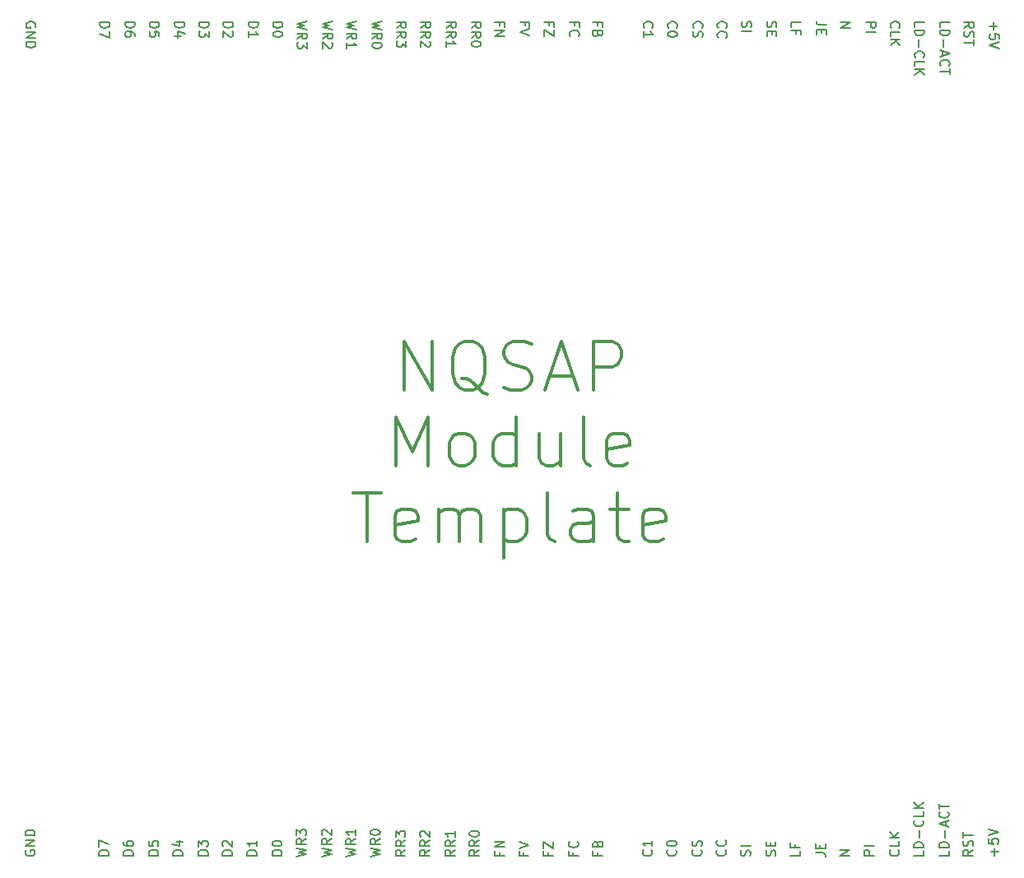
<source format=gto>
G04 #@! TF.GenerationSoftware,KiCad,Pcbnew,(5.1.9)-1*
G04 #@! TF.CreationDate,2021-10-03T21:23:14-04:00*
G04 #@! TF.ProjectId,template,74656d70-6c61-4746-952e-6b696361645f,1.0*
G04 #@! TF.SameCoordinates,Original*
G04 #@! TF.FileFunction,Legend,Top*
G04 #@! TF.FilePolarity,Positive*
%FSLAX46Y46*%
G04 Gerber Fmt 4.6, Leading zero omitted, Abs format (unit mm)*
G04 Created by KiCad (PCBNEW (5.1.9)-1) date 2021-10-03 21:23:14*
%MOMM*%
%LPD*%
G01*
G04 APERTURE LIST*
%ADD10C,0.300000*%
%ADD11C,0.150000*%
%ADD12O,1.700000X1.700000*%
%ADD13R,1.700000X1.700000*%
G04 APERTURE END LIST*
D10*
X124828571Y-85961904D02*
X124828571Y-80961904D01*
X127685714Y-85961904D01*
X127685714Y-80961904D01*
X133400000Y-86438095D02*
X132923809Y-86200000D01*
X132447619Y-85723809D01*
X131733333Y-85009523D01*
X131257142Y-84771428D01*
X130780952Y-84771428D01*
X131019047Y-85961904D02*
X130542857Y-85723809D01*
X130066666Y-85247619D01*
X129828571Y-84295238D01*
X129828571Y-82628571D01*
X130066666Y-81676190D01*
X130542857Y-81200000D01*
X131019047Y-80961904D01*
X131971428Y-80961904D01*
X132447619Y-81200000D01*
X132923809Y-81676190D01*
X133161904Y-82628571D01*
X133161904Y-84295238D01*
X132923809Y-85247619D01*
X132447619Y-85723809D01*
X131971428Y-85961904D01*
X131019047Y-85961904D01*
X135066666Y-85723809D02*
X135780952Y-85961904D01*
X136971428Y-85961904D01*
X137447619Y-85723809D01*
X137685714Y-85485714D01*
X137923809Y-85009523D01*
X137923809Y-84533333D01*
X137685714Y-84057142D01*
X137447619Y-83819047D01*
X136971428Y-83580952D01*
X136019047Y-83342857D01*
X135542857Y-83104761D01*
X135304761Y-82866666D01*
X135066666Y-82390476D01*
X135066666Y-81914285D01*
X135304761Y-81438095D01*
X135542857Y-81200000D01*
X136019047Y-80961904D01*
X137209523Y-80961904D01*
X137923809Y-81200000D01*
X139828571Y-84533333D02*
X142209523Y-84533333D01*
X139352380Y-85961904D02*
X141019047Y-80961904D01*
X142685714Y-85961904D01*
X144352380Y-85961904D02*
X144352380Y-80961904D01*
X146257142Y-80961904D01*
X146733333Y-81200000D01*
X146971428Y-81438095D01*
X147209523Y-81914285D01*
X147209523Y-82628571D01*
X146971428Y-83104761D01*
X146733333Y-83342857D01*
X146257142Y-83580952D01*
X144352380Y-83580952D01*
X123995238Y-93761904D02*
X123995238Y-88761904D01*
X125661904Y-92333333D01*
X127328571Y-88761904D01*
X127328571Y-93761904D01*
X130423809Y-93761904D02*
X129947619Y-93523809D01*
X129709523Y-93285714D01*
X129471428Y-92809523D01*
X129471428Y-91380952D01*
X129709523Y-90904761D01*
X129947619Y-90666666D01*
X130423809Y-90428571D01*
X131138095Y-90428571D01*
X131614285Y-90666666D01*
X131852380Y-90904761D01*
X132090476Y-91380952D01*
X132090476Y-92809523D01*
X131852380Y-93285714D01*
X131614285Y-93523809D01*
X131138095Y-93761904D01*
X130423809Y-93761904D01*
X136376190Y-93761904D02*
X136376190Y-88761904D01*
X136376190Y-93523809D02*
X135900000Y-93761904D01*
X134947619Y-93761904D01*
X134471428Y-93523809D01*
X134233333Y-93285714D01*
X133995238Y-92809523D01*
X133995238Y-91380952D01*
X134233333Y-90904761D01*
X134471428Y-90666666D01*
X134947619Y-90428571D01*
X135900000Y-90428571D01*
X136376190Y-90666666D01*
X140900000Y-90428571D02*
X140900000Y-93761904D01*
X138757142Y-90428571D02*
X138757142Y-93047619D01*
X138995238Y-93523809D01*
X139471428Y-93761904D01*
X140185714Y-93761904D01*
X140661904Y-93523809D01*
X140900000Y-93285714D01*
X143995238Y-93761904D02*
X143519047Y-93523809D01*
X143280952Y-93047619D01*
X143280952Y-88761904D01*
X147804761Y-93523809D02*
X147328571Y-93761904D01*
X146376190Y-93761904D01*
X145900000Y-93523809D01*
X145661904Y-93047619D01*
X145661904Y-91142857D01*
X145900000Y-90666666D01*
X146376190Y-90428571D01*
X147328571Y-90428571D01*
X147804761Y-90666666D01*
X148042857Y-91142857D01*
X148042857Y-91619047D01*
X145661904Y-92095238D01*
X119590476Y-96561904D02*
X122447619Y-96561904D01*
X121019047Y-101561904D02*
X121019047Y-96561904D01*
X126019047Y-101323809D02*
X125542857Y-101561904D01*
X124590476Y-101561904D01*
X124114285Y-101323809D01*
X123876190Y-100847619D01*
X123876190Y-98942857D01*
X124114285Y-98466666D01*
X124590476Y-98228571D01*
X125542857Y-98228571D01*
X126019047Y-98466666D01*
X126257142Y-98942857D01*
X126257142Y-99419047D01*
X123876190Y-99895238D01*
X128400000Y-101561904D02*
X128400000Y-98228571D01*
X128400000Y-98704761D02*
X128638095Y-98466666D01*
X129114285Y-98228571D01*
X129828571Y-98228571D01*
X130304761Y-98466666D01*
X130542857Y-98942857D01*
X130542857Y-101561904D01*
X130542857Y-98942857D02*
X130780952Y-98466666D01*
X131257142Y-98228571D01*
X131971428Y-98228571D01*
X132447619Y-98466666D01*
X132685714Y-98942857D01*
X132685714Y-101561904D01*
X135066666Y-98228571D02*
X135066666Y-103228571D01*
X135066666Y-98466666D02*
X135542857Y-98228571D01*
X136495238Y-98228571D01*
X136971428Y-98466666D01*
X137209523Y-98704761D01*
X137447619Y-99180952D01*
X137447619Y-100609523D01*
X137209523Y-101085714D01*
X136971428Y-101323809D01*
X136495238Y-101561904D01*
X135542857Y-101561904D01*
X135066666Y-101323809D01*
X140304761Y-101561904D02*
X139828571Y-101323809D01*
X139590476Y-100847619D01*
X139590476Y-96561904D01*
X144352380Y-101561904D02*
X144352380Y-98942857D01*
X144114285Y-98466666D01*
X143638095Y-98228571D01*
X142685714Y-98228571D01*
X142209523Y-98466666D01*
X144352380Y-101323809D02*
X143876190Y-101561904D01*
X142685714Y-101561904D01*
X142209523Y-101323809D01*
X141971428Y-100847619D01*
X141971428Y-100371428D01*
X142209523Y-99895238D01*
X142685714Y-99657142D01*
X143876190Y-99657142D01*
X144352380Y-99419047D01*
X146019047Y-98228571D02*
X147923809Y-98228571D01*
X146733333Y-96561904D02*
X146733333Y-100847619D01*
X146971428Y-101323809D01*
X147447619Y-101561904D01*
X147923809Y-101561904D01*
X151495238Y-101323809D02*
X151019047Y-101561904D01*
X150066666Y-101561904D01*
X149590476Y-101323809D01*
X149352380Y-100847619D01*
X149352380Y-98942857D01*
X149590476Y-98466666D01*
X150066666Y-98228571D01*
X151019047Y-98228571D01*
X151495238Y-98466666D01*
X151733333Y-98942857D01*
X151733333Y-99419047D01*
X149352380Y-99895238D01*
D11*
X168247619Y-48421309D02*
X167533333Y-48421309D01*
X167390476Y-48373690D01*
X167295238Y-48278452D01*
X167247619Y-48135595D01*
X167247619Y-48040357D01*
X167771428Y-48897500D02*
X167771428Y-49230833D01*
X167247619Y-49373690D02*
X167247619Y-48897500D01*
X168247619Y-48897500D01*
X168247619Y-49373690D01*
X149542857Y-48707023D02*
X149495238Y-48659404D01*
X149447619Y-48516547D01*
X149447619Y-48421309D01*
X149495238Y-48278452D01*
X149590476Y-48183214D01*
X149685714Y-48135595D01*
X149876190Y-48087976D01*
X150019047Y-48087976D01*
X150209523Y-48135595D01*
X150304761Y-48183214D01*
X150400000Y-48278452D01*
X150447619Y-48421309D01*
X150447619Y-48516547D01*
X150400000Y-48659404D01*
X150352380Y-48707023D01*
X149447619Y-49659404D02*
X149447619Y-49087976D01*
X149447619Y-49373690D02*
X150447619Y-49373690D01*
X150304761Y-49278452D01*
X150209523Y-49183214D01*
X150161904Y-49087976D01*
X157142857Y-48707023D02*
X157095238Y-48659404D01*
X157047619Y-48516547D01*
X157047619Y-48421309D01*
X157095238Y-48278452D01*
X157190476Y-48183214D01*
X157285714Y-48135595D01*
X157476190Y-48087976D01*
X157619047Y-48087976D01*
X157809523Y-48135595D01*
X157904761Y-48183214D01*
X158000000Y-48278452D01*
X158047619Y-48421309D01*
X158047619Y-48516547D01*
X158000000Y-48659404D01*
X157952380Y-48707023D01*
X157142857Y-49707023D02*
X157095238Y-49659404D01*
X157047619Y-49516547D01*
X157047619Y-49421309D01*
X157095238Y-49278452D01*
X157190476Y-49183214D01*
X157285714Y-49135595D01*
X157476190Y-49087976D01*
X157619047Y-49087976D01*
X157809523Y-49135595D01*
X157904761Y-49183214D01*
X158000000Y-49278452D01*
X158047619Y-49421309D01*
X158047619Y-49516547D01*
X158000000Y-49659404D01*
X157952380Y-49707023D01*
X159595238Y-48087976D02*
X159547619Y-48230833D01*
X159547619Y-48468928D01*
X159595238Y-48564166D01*
X159642857Y-48611785D01*
X159738095Y-48659404D01*
X159833333Y-48659404D01*
X159928571Y-48611785D01*
X159976190Y-48564166D01*
X160023809Y-48468928D01*
X160071428Y-48278452D01*
X160119047Y-48183214D01*
X160166666Y-48135595D01*
X160261904Y-48087976D01*
X160357142Y-48087976D01*
X160452380Y-48135595D01*
X160500000Y-48183214D01*
X160547619Y-48278452D01*
X160547619Y-48516547D01*
X160500000Y-48659404D01*
X159547619Y-49087976D02*
X160547619Y-49087976D01*
X142371428Y-48468928D02*
X142371428Y-48135595D01*
X141847619Y-48135595D02*
X142847619Y-48135595D01*
X142847619Y-48611785D01*
X141942857Y-49564166D02*
X141895238Y-49516547D01*
X141847619Y-49373690D01*
X141847619Y-49278452D01*
X141895238Y-49135595D01*
X141990476Y-49040357D01*
X142085714Y-48992738D01*
X142276190Y-48945119D01*
X142419047Y-48945119D01*
X142609523Y-48992738D01*
X142704761Y-49040357D01*
X142800000Y-49135595D01*
X142847619Y-49278452D01*
X142847619Y-49373690D01*
X142800000Y-49516547D01*
X142752380Y-49564166D01*
X137271428Y-48468928D02*
X137271428Y-48135595D01*
X136747619Y-48135595D02*
X137747619Y-48135595D01*
X137747619Y-48611785D01*
X137747619Y-48849880D02*
X136747619Y-49183214D01*
X137747619Y-49516547D01*
X174942857Y-48707023D02*
X174895238Y-48659404D01*
X174847619Y-48516547D01*
X174847619Y-48421309D01*
X174895238Y-48278452D01*
X174990476Y-48183214D01*
X175085714Y-48135595D01*
X175276190Y-48087976D01*
X175419047Y-48087976D01*
X175609523Y-48135595D01*
X175704761Y-48183214D01*
X175800000Y-48278452D01*
X175847619Y-48421309D01*
X175847619Y-48516547D01*
X175800000Y-48659404D01*
X175752380Y-48707023D01*
X174847619Y-49611785D02*
X174847619Y-49135595D01*
X175847619Y-49135595D01*
X174847619Y-49945119D02*
X175847619Y-49945119D01*
X174847619Y-50516547D02*
X175419047Y-50087976D01*
X175847619Y-50516547D02*
X175276190Y-49945119D01*
X177347619Y-48611785D02*
X177347619Y-48135595D01*
X178347619Y-48135595D01*
X177347619Y-48945119D02*
X178347619Y-48945119D01*
X178347619Y-49183214D01*
X178300000Y-49326071D01*
X178204761Y-49421309D01*
X178109523Y-49468928D01*
X177919047Y-49516547D01*
X177776190Y-49516547D01*
X177585714Y-49468928D01*
X177490476Y-49421309D01*
X177395238Y-49326071D01*
X177347619Y-49183214D01*
X177347619Y-48945119D01*
X177728571Y-49945119D02*
X177728571Y-50707023D01*
X177442857Y-51754642D02*
X177395238Y-51707023D01*
X177347619Y-51564166D01*
X177347619Y-51468928D01*
X177395238Y-51326071D01*
X177490476Y-51230833D01*
X177585714Y-51183214D01*
X177776190Y-51135595D01*
X177919047Y-51135595D01*
X178109523Y-51183214D01*
X178204761Y-51230833D01*
X178300000Y-51326071D01*
X178347619Y-51468928D01*
X178347619Y-51564166D01*
X178300000Y-51707023D01*
X178252380Y-51754642D01*
X177347619Y-52659404D02*
X177347619Y-52183214D01*
X178347619Y-52183214D01*
X177347619Y-52992738D02*
X178347619Y-52992738D01*
X177347619Y-53564166D02*
X177919047Y-53135595D01*
X178347619Y-53564166D02*
X177776190Y-52992738D01*
X154642857Y-48707023D02*
X154595238Y-48659404D01*
X154547619Y-48516547D01*
X154547619Y-48421309D01*
X154595238Y-48278452D01*
X154690476Y-48183214D01*
X154785714Y-48135595D01*
X154976190Y-48087976D01*
X155119047Y-48087976D01*
X155309523Y-48135595D01*
X155404761Y-48183214D01*
X155500000Y-48278452D01*
X155547619Y-48421309D01*
X155547619Y-48516547D01*
X155500000Y-48659404D01*
X155452380Y-48707023D01*
X154595238Y-49087976D02*
X154547619Y-49230833D01*
X154547619Y-49468928D01*
X154595238Y-49564166D01*
X154642857Y-49611785D01*
X154738095Y-49659404D01*
X154833333Y-49659404D01*
X154928571Y-49611785D01*
X154976190Y-49564166D01*
X155023809Y-49468928D01*
X155071428Y-49278452D01*
X155119047Y-49183214D01*
X155166666Y-49135595D01*
X155261904Y-49087976D01*
X155357142Y-49087976D01*
X155452380Y-49135595D01*
X155500000Y-49183214D01*
X155547619Y-49278452D01*
X155547619Y-49516547D01*
X155500000Y-49659404D01*
X144771428Y-48468928D02*
X144771428Y-48135595D01*
X144247619Y-48135595D02*
X145247619Y-48135595D01*
X145247619Y-48611785D01*
X144771428Y-49326071D02*
X144723809Y-49468928D01*
X144676190Y-49516547D01*
X144580952Y-49564166D01*
X144438095Y-49564166D01*
X144342857Y-49516547D01*
X144295238Y-49468928D01*
X144247619Y-49373690D01*
X144247619Y-48992738D01*
X145247619Y-48992738D01*
X145247619Y-49326071D01*
X145200000Y-49421309D01*
X145152380Y-49468928D01*
X145057142Y-49516547D01*
X144961904Y-49516547D01*
X144866666Y-49468928D01*
X144819047Y-49421309D01*
X144771428Y-49326071D01*
X144771428Y-48992738D01*
X139771428Y-48468928D02*
X139771428Y-48135595D01*
X139247619Y-48135595D02*
X140247619Y-48135595D01*
X140247619Y-48611785D01*
X140247619Y-48897500D02*
X140247619Y-49564166D01*
X139247619Y-48897500D01*
X139247619Y-49564166D01*
X172347619Y-48135595D02*
X173347619Y-48135595D01*
X173347619Y-48516547D01*
X173300000Y-48611785D01*
X173252380Y-48659404D01*
X173157142Y-48707023D01*
X173014285Y-48707023D01*
X172919047Y-48659404D01*
X172871428Y-48611785D01*
X172823809Y-48516547D01*
X172823809Y-48135595D01*
X172347619Y-49135595D02*
X173347619Y-49135595D01*
X164647619Y-48611785D02*
X164647619Y-48135595D01*
X165647619Y-48135595D01*
X165171428Y-49278452D02*
X165171428Y-48945119D01*
X164647619Y-48945119D02*
X165647619Y-48945119D01*
X165647619Y-49421309D01*
X182447619Y-48707023D02*
X182923809Y-48373690D01*
X182447619Y-48135595D02*
X183447619Y-48135595D01*
X183447619Y-48516547D01*
X183400000Y-48611785D01*
X183352380Y-48659404D01*
X183257142Y-48707023D01*
X183114285Y-48707023D01*
X183019047Y-48659404D01*
X182971428Y-48611785D01*
X182923809Y-48516547D01*
X182923809Y-48135595D01*
X182495238Y-49087976D02*
X182447619Y-49230833D01*
X182447619Y-49468928D01*
X182495238Y-49564166D01*
X182542857Y-49611785D01*
X182638095Y-49659404D01*
X182733333Y-49659404D01*
X182828571Y-49611785D01*
X182876190Y-49564166D01*
X182923809Y-49468928D01*
X182971428Y-49278452D01*
X183019047Y-49183214D01*
X183066666Y-49135595D01*
X183161904Y-49087976D01*
X183257142Y-49087976D01*
X183352380Y-49135595D01*
X183400000Y-49183214D01*
X183447619Y-49278452D01*
X183447619Y-49516547D01*
X183400000Y-49659404D01*
X183447619Y-49945119D02*
X183447619Y-50516547D01*
X182447619Y-50230833D02*
X183447619Y-50230833D01*
X152042857Y-48707023D02*
X151995238Y-48659404D01*
X151947619Y-48516547D01*
X151947619Y-48421309D01*
X151995238Y-48278452D01*
X152090476Y-48183214D01*
X152185714Y-48135595D01*
X152376190Y-48087976D01*
X152519047Y-48087976D01*
X152709523Y-48135595D01*
X152804761Y-48183214D01*
X152900000Y-48278452D01*
X152947619Y-48421309D01*
X152947619Y-48516547D01*
X152900000Y-48659404D01*
X152852380Y-48707023D01*
X152947619Y-49326071D02*
X152947619Y-49421309D01*
X152900000Y-49516547D01*
X152852380Y-49564166D01*
X152757142Y-49611785D01*
X152566666Y-49659404D01*
X152328571Y-49659404D01*
X152138095Y-49611785D01*
X152042857Y-49564166D01*
X151995238Y-49516547D01*
X151947619Y-49421309D01*
X151947619Y-49326071D01*
X151995238Y-49230833D01*
X152042857Y-49183214D01*
X152138095Y-49135595D01*
X152328571Y-49087976D01*
X152566666Y-49087976D01*
X152757142Y-49135595D01*
X152852380Y-49183214D01*
X152900000Y-49230833D01*
X152947619Y-49326071D01*
X179947619Y-48611785D02*
X179947619Y-48135595D01*
X180947619Y-48135595D01*
X179947619Y-48945119D02*
X180947619Y-48945119D01*
X180947619Y-49183214D01*
X180900000Y-49326071D01*
X180804761Y-49421309D01*
X180709523Y-49468928D01*
X180519047Y-49516547D01*
X180376190Y-49516547D01*
X180185714Y-49468928D01*
X180090476Y-49421309D01*
X179995238Y-49326071D01*
X179947619Y-49183214D01*
X179947619Y-48945119D01*
X180328571Y-49945119D02*
X180328571Y-50707023D01*
X180233333Y-51135595D02*
X180233333Y-51611785D01*
X179947619Y-51040357D02*
X180947619Y-51373690D01*
X179947619Y-51707023D01*
X180042857Y-52611785D02*
X179995238Y-52564166D01*
X179947619Y-52421309D01*
X179947619Y-52326071D01*
X179995238Y-52183214D01*
X180090476Y-52087976D01*
X180185714Y-52040357D01*
X180376190Y-51992738D01*
X180519047Y-51992738D01*
X180709523Y-52040357D01*
X180804761Y-52087976D01*
X180900000Y-52183214D01*
X180947619Y-52326071D01*
X180947619Y-52421309D01*
X180900000Y-52564166D01*
X180852380Y-52611785D01*
X180947619Y-52897500D02*
X180947619Y-53468928D01*
X179947619Y-53183214D02*
X180947619Y-53183214D01*
X169747619Y-48135595D02*
X170747619Y-48135595D01*
X169747619Y-48707023D01*
X170747619Y-48707023D01*
X185428571Y-48135595D02*
X185428571Y-48897500D01*
X185047619Y-48516547D02*
X185809523Y-48516547D01*
X186047619Y-49849880D02*
X186047619Y-49373690D01*
X185571428Y-49326071D01*
X185619047Y-49373690D01*
X185666666Y-49468928D01*
X185666666Y-49707023D01*
X185619047Y-49802261D01*
X185571428Y-49849880D01*
X185476190Y-49897500D01*
X185238095Y-49897500D01*
X185142857Y-49849880D01*
X185095238Y-49802261D01*
X185047619Y-49707023D01*
X185047619Y-49468928D01*
X185095238Y-49373690D01*
X185142857Y-49326071D01*
X186047619Y-50183214D02*
X185047619Y-50516547D01*
X186047619Y-50849880D01*
X162195238Y-48087976D02*
X162147619Y-48230833D01*
X162147619Y-48468928D01*
X162195238Y-48564166D01*
X162242857Y-48611785D01*
X162338095Y-48659404D01*
X162433333Y-48659404D01*
X162528571Y-48611785D01*
X162576190Y-48564166D01*
X162623809Y-48468928D01*
X162671428Y-48278452D01*
X162719047Y-48183214D01*
X162766666Y-48135595D01*
X162861904Y-48087976D01*
X162957142Y-48087976D01*
X163052380Y-48135595D01*
X163100000Y-48183214D01*
X163147619Y-48278452D01*
X163147619Y-48516547D01*
X163100000Y-48659404D01*
X162671428Y-49087976D02*
X162671428Y-49421309D01*
X162147619Y-49564166D02*
X162147619Y-49087976D01*
X163147619Y-49087976D01*
X163147619Y-49564166D01*
X86900000Y-48659404D02*
X86947619Y-48564166D01*
X86947619Y-48421309D01*
X86900000Y-48278452D01*
X86804761Y-48183214D01*
X86709523Y-48135595D01*
X86519047Y-48087976D01*
X86376190Y-48087976D01*
X86185714Y-48135595D01*
X86090476Y-48183214D01*
X85995238Y-48278452D01*
X85947619Y-48421309D01*
X85947619Y-48516547D01*
X85995238Y-48659404D01*
X86042857Y-48707023D01*
X86376190Y-48707023D01*
X86376190Y-48516547D01*
X85947619Y-49135595D02*
X86947619Y-49135595D01*
X85947619Y-49707023D01*
X86947619Y-49707023D01*
X85947619Y-50183214D02*
X86947619Y-50183214D01*
X86947619Y-50421309D01*
X86900000Y-50564166D01*
X86804761Y-50659404D01*
X86709523Y-50707023D01*
X86519047Y-50754642D01*
X86376190Y-50754642D01*
X86185714Y-50707023D01*
X86090476Y-50659404D01*
X85995238Y-50564166D01*
X85947619Y-50421309D01*
X85947619Y-50183214D01*
X101247619Y-48135595D02*
X102247619Y-48135595D01*
X102247619Y-48373690D01*
X102200000Y-48516547D01*
X102104761Y-48611785D01*
X102009523Y-48659404D01*
X101819047Y-48707023D01*
X101676190Y-48707023D01*
X101485714Y-48659404D01*
X101390476Y-48611785D01*
X101295238Y-48516547D01*
X101247619Y-48373690D01*
X101247619Y-48135595D01*
X101914285Y-49564166D02*
X101247619Y-49564166D01*
X102295238Y-49326071D02*
X101580952Y-49087976D01*
X101580952Y-49707023D01*
X111347619Y-48135595D02*
X112347619Y-48135595D01*
X112347619Y-48373690D01*
X112300000Y-48516547D01*
X112204761Y-48611785D01*
X112109523Y-48659404D01*
X111919047Y-48707023D01*
X111776190Y-48707023D01*
X111585714Y-48659404D01*
X111490476Y-48611785D01*
X111395238Y-48516547D01*
X111347619Y-48373690D01*
X111347619Y-48135595D01*
X112347619Y-49326071D02*
X112347619Y-49421309D01*
X112300000Y-49516547D01*
X112252380Y-49564166D01*
X112157142Y-49611785D01*
X111966666Y-49659404D01*
X111728571Y-49659404D01*
X111538095Y-49611785D01*
X111442857Y-49564166D01*
X111395238Y-49516547D01*
X111347619Y-49421309D01*
X111347619Y-49326071D01*
X111395238Y-49230833D01*
X111442857Y-49183214D01*
X111538095Y-49135595D01*
X111728571Y-49087976D01*
X111966666Y-49087976D01*
X112157142Y-49135595D01*
X112252380Y-49183214D01*
X112300000Y-49230833D01*
X112347619Y-49326071D01*
X98647619Y-48135595D02*
X99647619Y-48135595D01*
X99647619Y-48373690D01*
X99600000Y-48516547D01*
X99504761Y-48611785D01*
X99409523Y-48659404D01*
X99219047Y-48707023D01*
X99076190Y-48707023D01*
X98885714Y-48659404D01*
X98790476Y-48611785D01*
X98695238Y-48516547D01*
X98647619Y-48373690D01*
X98647619Y-48135595D01*
X99647619Y-49611785D02*
X99647619Y-49135595D01*
X99171428Y-49087976D01*
X99219047Y-49135595D01*
X99266666Y-49230833D01*
X99266666Y-49468928D01*
X99219047Y-49564166D01*
X99171428Y-49611785D01*
X99076190Y-49659404D01*
X98838095Y-49659404D01*
X98742857Y-49611785D01*
X98695238Y-49564166D01*
X98647619Y-49468928D01*
X98647619Y-49230833D01*
X98695238Y-49135595D01*
X98742857Y-49087976D01*
X114847619Y-48040357D02*
X113847619Y-48278452D01*
X114561904Y-48468928D01*
X113847619Y-48659404D01*
X114847619Y-48897500D01*
X113847619Y-49849880D02*
X114323809Y-49516547D01*
X113847619Y-49278452D02*
X114847619Y-49278452D01*
X114847619Y-49659404D01*
X114800000Y-49754642D01*
X114752380Y-49802261D01*
X114657142Y-49849880D01*
X114514285Y-49849880D01*
X114419047Y-49802261D01*
X114371428Y-49754642D01*
X114323809Y-49659404D01*
X114323809Y-49278452D01*
X114847619Y-50183214D02*
X114847619Y-50802261D01*
X114466666Y-50468928D01*
X114466666Y-50611785D01*
X114419047Y-50707023D01*
X114371428Y-50754642D01*
X114276190Y-50802261D01*
X114038095Y-50802261D01*
X113942857Y-50754642D01*
X113895238Y-50707023D01*
X113847619Y-50611785D01*
X113847619Y-50326071D01*
X113895238Y-50230833D01*
X113942857Y-50183214D01*
X108847619Y-48135595D02*
X109847619Y-48135595D01*
X109847619Y-48373690D01*
X109800000Y-48516547D01*
X109704761Y-48611785D01*
X109609523Y-48659404D01*
X109419047Y-48707023D01*
X109276190Y-48707023D01*
X109085714Y-48659404D01*
X108990476Y-48611785D01*
X108895238Y-48516547D01*
X108847619Y-48373690D01*
X108847619Y-48135595D01*
X108847619Y-49659404D02*
X108847619Y-49087976D01*
X108847619Y-49373690D02*
X109847619Y-49373690D01*
X109704761Y-49278452D01*
X109609523Y-49183214D01*
X109561904Y-49087976D01*
X103747619Y-48135595D02*
X104747619Y-48135595D01*
X104747619Y-48373690D01*
X104700000Y-48516547D01*
X104604761Y-48611785D01*
X104509523Y-48659404D01*
X104319047Y-48707023D01*
X104176190Y-48707023D01*
X103985714Y-48659404D01*
X103890476Y-48611785D01*
X103795238Y-48516547D01*
X103747619Y-48373690D01*
X103747619Y-48135595D01*
X104747619Y-49040357D02*
X104747619Y-49659404D01*
X104366666Y-49326071D01*
X104366666Y-49468928D01*
X104319047Y-49564166D01*
X104271428Y-49611785D01*
X104176190Y-49659404D01*
X103938095Y-49659404D01*
X103842857Y-49611785D01*
X103795238Y-49564166D01*
X103747619Y-49468928D01*
X103747619Y-49183214D01*
X103795238Y-49087976D01*
X103842857Y-49040357D01*
X96147619Y-48135595D02*
X97147619Y-48135595D01*
X97147619Y-48373690D01*
X97100000Y-48516547D01*
X97004761Y-48611785D01*
X96909523Y-48659404D01*
X96719047Y-48707023D01*
X96576190Y-48707023D01*
X96385714Y-48659404D01*
X96290476Y-48611785D01*
X96195238Y-48516547D01*
X96147619Y-48373690D01*
X96147619Y-48135595D01*
X97147619Y-49564166D02*
X97147619Y-49373690D01*
X97100000Y-49278452D01*
X97052380Y-49230833D01*
X96909523Y-49135595D01*
X96719047Y-49087976D01*
X96338095Y-49087976D01*
X96242857Y-49135595D01*
X96195238Y-49183214D01*
X96147619Y-49278452D01*
X96147619Y-49468928D01*
X96195238Y-49564166D01*
X96242857Y-49611785D01*
X96338095Y-49659404D01*
X96576190Y-49659404D01*
X96671428Y-49611785D01*
X96719047Y-49564166D01*
X96766666Y-49468928D01*
X96766666Y-49278452D01*
X96719047Y-49183214D01*
X96671428Y-49135595D01*
X96576190Y-49087976D01*
X93547619Y-48135595D02*
X94547619Y-48135595D01*
X94547619Y-48373690D01*
X94500000Y-48516547D01*
X94404761Y-48611785D01*
X94309523Y-48659404D01*
X94119047Y-48707023D01*
X93976190Y-48707023D01*
X93785714Y-48659404D01*
X93690476Y-48611785D01*
X93595238Y-48516547D01*
X93547619Y-48373690D01*
X93547619Y-48135595D01*
X94547619Y-49040357D02*
X94547619Y-49707023D01*
X93547619Y-49278452D01*
X106247619Y-48135595D02*
X107247619Y-48135595D01*
X107247619Y-48373690D01*
X107200000Y-48516547D01*
X107104761Y-48611785D01*
X107009523Y-48659404D01*
X106819047Y-48707023D01*
X106676190Y-48707023D01*
X106485714Y-48659404D01*
X106390476Y-48611785D01*
X106295238Y-48516547D01*
X106247619Y-48373690D01*
X106247619Y-48135595D01*
X107152380Y-49087976D02*
X107200000Y-49135595D01*
X107247619Y-49230833D01*
X107247619Y-49468928D01*
X107200000Y-49564166D01*
X107152380Y-49611785D01*
X107057142Y-49659404D01*
X106961904Y-49659404D01*
X106819047Y-49611785D01*
X106247619Y-49040357D01*
X106247619Y-49659404D01*
X134671428Y-48468928D02*
X134671428Y-48135595D01*
X134147619Y-48135595D02*
X135147619Y-48135595D01*
X135147619Y-48611785D01*
X134147619Y-48992738D02*
X135147619Y-48992738D01*
X134147619Y-49564166D01*
X135147619Y-49564166D01*
X117447619Y-48040357D02*
X116447619Y-48278452D01*
X117161904Y-48468928D01*
X116447619Y-48659404D01*
X117447619Y-48897500D01*
X116447619Y-49849880D02*
X116923809Y-49516547D01*
X116447619Y-49278452D02*
X117447619Y-49278452D01*
X117447619Y-49659404D01*
X117400000Y-49754642D01*
X117352380Y-49802261D01*
X117257142Y-49849880D01*
X117114285Y-49849880D01*
X117019047Y-49802261D01*
X116971428Y-49754642D01*
X116923809Y-49659404D01*
X116923809Y-49278452D01*
X117352380Y-50230833D02*
X117400000Y-50278452D01*
X117447619Y-50373690D01*
X117447619Y-50611785D01*
X117400000Y-50707023D01*
X117352380Y-50754642D01*
X117257142Y-50802261D01*
X117161904Y-50802261D01*
X117019047Y-50754642D01*
X116447619Y-50183214D01*
X116447619Y-50802261D01*
X119947619Y-48040357D02*
X118947619Y-48278452D01*
X119661904Y-48468928D01*
X118947619Y-48659404D01*
X119947619Y-48897500D01*
X118947619Y-49849880D02*
X119423809Y-49516547D01*
X118947619Y-49278452D02*
X119947619Y-49278452D01*
X119947619Y-49659404D01*
X119900000Y-49754642D01*
X119852380Y-49802261D01*
X119757142Y-49849880D01*
X119614285Y-49849880D01*
X119519047Y-49802261D01*
X119471428Y-49754642D01*
X119423809Y-49659404D01*
X119423809Y-49278452D01*
X118947619Y-50802261D02*
X118947619Y-50230833D01*
X118947619Y-50516547D02*
X119947619Y-50516547D01*
X119804761Y-50421309D01*
X119709523Y-50326071D01*
X119661904Y-50230833D01*
X129147619Y-48707023D02*
X129623809Y-48373690D01*
X129147619Y-48135595D02*
X130147619Y-48135595D01*
X130147619Y-48516547D01*
X130100000Y-48611785D01*
X130052380Y-48659404D01*
X129957142Y-48707023D01*
X129814285Y-48707023D01*
X129719047Y-48659404D01*
X129671428Y-48611785D01*
X129623809Y-48516547D01*
X129623809Y-48135595D01*
X129147619Y-49707023D02*
X129623809Y-49373690D01*
X129147619Y-49135595D02*
X130147619Y-49135595D01*
X130147619Y-49516547D01*
X130100000Y-49611785D01*
X130052380Y-49659404D01*
X129957142Y-49707023D01*
X129814285Y-49707023D01*
X129719047Y-49659404D01*
X129671428Y-49611785D01*
X129623809Y-49516547D01*
X129623809Y-49135595D01*
X129147619Y-50659404D02*
X129147619Y-50087976D01*
X129147619Y-50373690D02*
X130147619Y-50373690D01*
X130004761Y-50278452D01*
X129909523Y-50183214D01*
X129861904Y-50087976D01*
X131747619Y-48707023D02*
X132223809Y-48373690D01*
X131747619Y-48135595D02*
X132747619Y-48135595D01*
X132747619Y-48516547D01*
X132700000Y-48611785D01*
X132652380Y-48659404D01*
X132557142Y-48707023D01*
X132414285Y-48707023D01*
X132319047Y-48659404D01*
X132271428Y-48611785D01*
X132223809Y-48516547D01*
X132223809Y-48135595D01*
X131747619Y-49707023D02*
X132223809Y-49373690D01*
X131747619Y-49135595D02*
X132747619Y-49135595D01*
X132747619Y-49516547D01*
X132700000Y-49611785D01*
X132652380Y-49659404D01*
X132557142Y-49707023D01*
X132414285Y-49707023D01*
X132319047Y-49659404D01*
X132271428Y-49611785D01*
X132223809Y-49516547D01*
X132223809Y-49135595D01*
X132747619Y-50326071D02*
X132747619Y-50421309D01*
X132700000Y-50516547D01*
X132652380Y-50564166D01*
X132557142Y-50611785D01*
X132366666Y-50659404D01*
X132128571Y-50659404D01*
X131938095Y-50611785D01*
X131842857Y-50564166D01*
X131795238Y-50516547D01*
X131747619Y-50421309D01*
X131747619Y-50326071D01*
X131795238Y-50230833D01*
X131842857Y-50183214D01*
X131938095Y-50135595D01*
X132128571Y-50087976D01*
X132366666Y-50087976D01*
X132557142Y-50135595D01*
X132652380Y-50183214D01*
X132700000Y-50230833D01*
X132747619Y-50326071D01*
X124047619Y-48707023D02*
X124523809Y-48373690D01*
X124047619Y-48135595D02*
X125047619Y-48135595D01*
X125047619Y-48516547D01*
X125000000Y-48611785D01*
X124952380Y-48659404D01*
X124857142Y-48707023D01*
X124714285Y-48707023D01*
X124619047Y-48659404D01*
X124571428Y-48611785D01*
X124523809Y-48516547D01*
X124523809Y-48135595D01*
X124047619Y-49707023D02*
X124523809Y-49373690D01*
X124047619Y-49135595D02*
X125047619Y-49135595D01*
X125047619Y-49516547D01*
X125000000Y-49611785D01*
X124952380Y-49659404D01*
X124857142Y-49707023D01*
X124714285Y-49707023D01*
X124619047Y-49659404D01*
X124571428Y-49611785D01*
X124523809Y-49516547D01*
X124523809Y-49135595D01*
X125047619Y-50040357D02*
X125047619Y-50659404D01*
X124666666Y-50326071D01*
X124666666Y-50468928D01*
X124619047Y-50564166D01*
X124571428Y-50611785D01*
X124476190Y-50659404D01*
X124238095Y-50659404D01*
X124142857Y-50611785D01*
X124095238Y-50564166D01*
X124047619Y-50468928D01*
X124047619Y-50183214D01*
X124095238Y-50087976D01*
X124142857Y-50040357D01*
X122547619Y-48040357D02*
X121547619Y-48278452D01*
X122261904Y-48468928D01*
X121547619Y-48659404D01*
X122547619Y-48897500D01*
X121547619Y-49849880D02*
X122023809Y-49516547D01*
X121547619Y-49278452D02*
X122547619Y-49278452D01*
X122547619Y-49659404D01*
X122500000Y-49754642D01*
X122452380Y-49802261D01*
X122357142Y-49849880D01*
X122214285Y-49849880D01*
X122119047Y-49802261D01*
X122071428Y-49754642D01*
X122023809Y-49659404D01*
X122023809Y-49278452D01*
X122547619Y-50468928D02*
X122547619Y-50564166D01*
X122500000Y-50659404D01*
X122452380Y-50707023D01*
X122357142Y-50754642D01*
X122166666Y-50802261D01*
X121928571Y-50802261D01*
X121738095Y-50754642D01*
X121642857Y-50707023D01*
X121595238Y-50659404D01*
X121547619Y-50564166D01*
X121547619Y-50468928D01*
X121595238Y-50373690D01*
X121642857Y-50326071D01*
X121738095Y-50278452D01*
X121928571Y-50230833D01*
X122166666Y-50230833D01*
X122357142Y-50278452D01*
X122452380Y-50326071D01*
X122500000Y-50373690D01*
X122547619Y-50468928D01*
X126547619Y-48707023D02*
X127023809Y-48373690D01*
X126547619Y-48135595D02*
X127547619Y-48135595D01*
X127547619Y-48516547D01*
X127500000Y-48611785D01*
X127452380Y-48659404D01*
X127357142Y-48707023D01*
X127214285Y-48707023D01*
X127119047Y-48659404D01*
X127071428Y-48611785D01*
X127023809Y-48516547D01*
X127023809Y-48135595D01*
X126547619Y-49707023D02*
X127023809Y-49373690D01*
X126547619Y-49135595D02*
X127547619Y-49135595D01*
X127547619Y-49516547D01*
X127500000Y-49611785D01*
X127452380Y-49659404D01*
X127357142Y-49707023D01*
X127214285Y-49707023D01*
X127119047Y-49659404D01*
X127071428Y-49611785D01*
X127023809Y-49516547D01*
X127023809Y-49135595D01*
X127452380Y-50087976D02*
X127500000Y-50135595D01*
X127547619Y-50230833D01*
X127547619Y-50468928D01*
X127500000Y-50564166D01*
X127452380Y-50611785D01*
X127357142Y-50659404D01*
X127261904Y-50659404D01*
X127119047Y-50611785D01*
X126547619Y-50040357D01*
X126547619Y-50659404D01*
X185571428Y-133864404D02*
X185571428Y-133102500D01*
X185952380Y-133483452D02*
X185190476Y-133483452D01*
X184952380Y-132150119D02*
X184952380Y-132626309D01*
X185428571Y-132673928D01*
X185380952Y-132626309D01*
X185333333Y-132531071D01*
X185333333Y-132292976D01*
X185380952Y-132197738D01*
X185428571Y-132150119D01*
X185523809Y-132102500D01*
X185761904Y-132102500D01*
X185857142Y-132150119D01*
X185904761Y-132197738D01*
X185952380Y-132292976D01*
X185952380Y-132531071D01*
X185904761Y-132626309D01*
X185857142Y-132673928D01*
X184952380Y-131816785D02*
X185952380Y-131483452D01*
X184952380Y-131150119D01*
X183352380Y-133292976D02*
X182876190Y-133626309D01*
X183352380Y-133864404D02*
X182352380Y-133864404D01*
X182352380Y-133483452D01*
X182400000Y-133388214D01*
X182447619Y-133340595D01*
X182542857Y-133292976D01*
X182685714Y-133292976D01*
X182780952Y-133340595D01*
X182828571Y-133388214D01*
X182876190Y-133483452D01*
X182876190Y-133864404D01*
X183304761Y-132912023D02*
X183352380Y-132769166D01*
X183352380Y-132531071D01*
X183304761Y-132435833D01*
X183257142Y-132388214D01*
X183161904Y-132340595D01*
X183066666Y-132340595D01*
X182971428Y-132388214D01*
X182923809Y-132435833D01*
X182876190Y-132531071D01*
X182828571Y-132721547D01*
X182780952Y-132816785D01*
X182733333Y-132864404D01*
X182638095Y-132912023D01*
X182542857Y-132912023D01*
X182447619Y-132864404D01*
X182400000Y-132816785D01*
X182352380Y-132721547D01*
X182352380Y-132483452D01*
X182400000Y-132340595D01*
X182352380Y-132054880D02*
X182352380Y-131483452D01*
X183352380Y-131769166D02*
X182352380Y-131769166D01*
X180852380Y-133388214D02*
X180852380Y-133864404D01*
X179852380Y-133864404D01*
X180852380Y-133054880D02*
X179852380Y-133054880D01*
X179852380Y-132816785D01*
X179900000Y-132673928D01*
X179995238Y-132578690D01*
X180090476Y-132531071D01*
X180280952Y-132483452D01*
X180423809Y-132483452D01*
X180614285Y-132531071D01*
X180709523Y-132578690D01*
X180804761Y-132673928D01*
X180852380Y-132816785D01*
X180852380Y-133054880D01*
X180471428Y-132054880D02*
X180471428Y-131292976D01*
X180566666Y-130864404D02*
X180566666Y-130388214D01*
X180852380Y-130959642D02*
X179852380Y-130626309D01*
X180852380Y-130292976D01*
X180757142Y-129388214D02*
X180804761Y-129435833D01*
X180852380Y-129578690D01*
X180852380Y-129673928D01*
X180804761Y-129816785D01*
X180709523Y-129912023D01*
X180614285Y-129959642D01*
X180423809Y-130007261D01*
X180280952Y-130007261D01*
X180090476Y-129959642D01*
X179995238Y-129912023D01*
X179900000Y-129816785D01*
X179852380Y-129673928D01*
X179852380Y-129578690D01*
X179900000Y-129435833D01*
X179947619Y-129388214D01*
X179852380Y-129102500D02*
X179852380Y-128531071D01*
X180852380Y-128816785D02*
X179852380Y-128816785D01*
X178252380Y-133388214D02*
X178252380Y-133864404D01*
X177252380Y-133864404D01*
X178252380Y-133054880D02*
X177252380Y-133054880D01*
X177252380Y-132816785D01*
X177300000Y-132673928D01*
X177395238Y-132578690D01*
X177490476Y-132531071D01*
X177680952Y-132483452D01*
X177823809Y-132483452D01*
X178014285Y-132531071D01*
X178109523Y-132578690D01*
X178204761Y-132673928D01*
X178252380Y-132816785D01*
X178252380Y-133054880D01*
X177871428Y-132054880D02*
X177871428Y-131292976D01*
X178157142Y-130245357D02*
X178204761Y-130292976D01*
X178252380Y-130435833D01*
X178252380Y-130531071D01*
X178204761Y-130673928D01*
X178109523Y-130769166D01*
X178014285Y-130816785D01*
X177823809Y-130864404D01*
X177680952Y-130864404D01*
X177490476Y-130816785D01*
X177395238Y-130769166D01*
X177300000Y-130673928D01*
X177252380Y-130531071D01*
X177252380Y-130435833D01*
X177300000Y-130292976D01*
X177347619Y-130245357D01*
X178252380Y-129340595D02*
X178252380Y-129816785D01*
X177252380Y-129816785D01*
X178252380Y-129007261D02*
X177252380Y-129007261D01*
X178252380Y-128435833D02*
X177680952Y-128864404D01*
X177252380Y-128435833D02*
X177823809Y-129007261D01*
X175657142Y-133292976D02*
X175704761Y-133340595D01*
X175752380Y-133483452D01*
X175752380Y-133578690D01*
X175704761Y-133721547D01*
X175609523Y-133816785D01*
X175514285Y-133864404D01*
X175323809Y-133912023D01*
X175180952Y-133912023D01*
X174990476Y-133864404D01*
X174895238Y-133816785D01*
X174800000Y-133721547D01*
X174752380Y-133578690D01*
X174752380Y-133483452D01*
X174800000Y-133340595D01*
X174847619Y-133292976D01*
X175752380Y-132388214D02*
X175752380Y-132864404D01*
X174752380Y-132864404D01*
X175752380Y-132054880D02*
X174752380Y-132054880D01*
X175752380Y-131483452D02*
X175180952Y-131912023D01*
X174752380Y-131483452D02*
X175323809Y-132054880D01*
X173152380Y-133864404D02*
X172152380Y-133864404D01*
X172152380Y-133483452D01*
X172200000Y-133388214D01*
X172247619Y-133340595D01*
X172342857Y-133292976D01*
X172485714Y-133292976D01*
X172580952Y-133340595D01*
X172628571Y-133388214D01*
X172676190Y-133483452D01*
X172676190Y-133864404D01*
X173152380Y-132864404D02*
X172152380Y-132864404D01*
X170652380Y-133864404D02*
X169652380Y-133864404D01*
X170652380Y-133292976D01*
X169652380Y-133292976D01*
X167152380Y-133578690D02*
X167866666Y-133578690D01*
X168009523Y-133626309D01*
X168104761Y-133721547D01*
X168152380Y-133864404D01*
X168152380Y-133959642D01*
X167628571Y-133102500D02*
X167628571Y-132769166D01*
X168152380Y-132626309D02*
X168152380Y-133102500D01*
X167152380Y-133102500D01*
X167152380Y-132626309D01*
X165552380Y-133388214D02*
X165552380Y-133864404D01*
X164552380Y-133864404D01*
X165028571Y-132721547D02*
X165028571Y-133054880D01*
X165552380Y-133054880D02*
X164552380Y-133054880D01*
X164552380Y-132578690D01*
X163004761Y-133912023D02*
X163052380Y-133769166D01*
X163052380Y-133531071D01*
X163004761Y-133435833D01*
X162957142Y-133388214D01*
X162861904Y-133340595D01*
X162766666Y-133340595D01*
X162671428Y-133388214D01*
X162623809Y-133435833D01*
X162576190Y-133531071D01*
X162528571Y-133721547D01*
X162480952Y-133816785D01*
X162433333Y-133864404D01*
X162338095Y-133912023D01*
X162242857Y-133912023D01*
X162147619Y-133864404D01*
X162100000Y-133816785D01*
X162052380Y-133721547D01*
X162052380Y-133483452D01*
X162100000Y-133340595D01*
X162528571Y-132912023D02*
X162528571Y-132578690D01*
X163052380Y-132435833D02*
X163052380Y-132912023D01*
X162052380Y-132912023D01*
X162052380Y-132435833D01*
X160404761Y-133912023D02*
X160452380Y-133769166D01*
X160452380Y-133531071D01*
X160404761Y-133435833D01*
X160357142Y-133388214D01*
X160261904Y-133340595D01*
X160166666Y-133340595D01*
X160071428Y-133388214D01*
X160023809Y-133435833D01*
X159976190Y-133531071D01*
X159928571Y-133721547D01*
X159880952Y-133816785D01*
X159833333Y-133864404D01*
X159738095Y-133912023D01*
X159642857Y-133912023D01*
X159547619Y-133864404D01*
X159500000Y-133816785D01*
X159452380Y-133721547D01*
X159452380Y-133483452D01*
X159500000Y-133340595D01*
X160452380Y-132912023D02*
X159452380Y-132912023D01*
X157857142Y-133292976D02*
X157904761Y-133340595D01*
X157952380Y-133483452D01*
X157952380Y-133578690D01*
X157904761Y-133721547D01*
X157809523Y-133816785D01*
X157714285Y-133864404D01*
X157523809Y-133912023D01*
X157380952Y-133912023D01*
X157190476Y-133864404D01*
X157095238Y-133816785D01*
X157000000Y-133721547D01*
X156952380Y-133578690D01*
X156952380Y-133483452D01*
X157000000Y-133340595D01*
X157047619Y-133292976D01*
X157857142Y-132292976D02*
X157904761Y-132340595D01*
X157952380Y-132483452D01*
X157952380Y-132578690D01*
X157904761Y-132721547D01*
X157809523Y-132816785D01*
X157714285Y-132864404D01*
X157523809Y-132912023D01*
X157380952Y-132912023D01*
X157190476Y-132864404D01*
X157095238Y-132816785D01*
X157000000Y-132721547D01*
X156952380Y-132578690D01*
X156952380Y-132483452D01*
X157000000Y-132340595D01*
X157047619Y-132292976D01*
X155357142Y-133292976D02*
X155404761Y-133340595D01*
X155452380Y-133483452D01*
X155452380Y-133578690D01*
X155404761Y-133721547D01*
X155309523Y-133816785D01*
X155214285Y-133864404D01*
X155023809Y-133912023D01*
X154880952Y-133912023D01*
X154690476Y-133864404D01*
X154595238Y-133816785D01*
X154500000Y-133721547D01*
X154452380Y-133578690D01*
X154452380Y-133483452D01*
X154500000Y-133340595D01*
X154547619Y-133292976D01*
X155404761Y-132912023D02*
X155452380Y-132769166D01*
X155452380Y-132531071D01*
X155404761Y-132435833D01*
X155357142Y-132388214D01*
X155261904Y-132340595D01*
X155166666Y-132340595D01*
X155071428Y-132388214D01*
X155023809Y-132435833D01*
X154976190Y-132531071D01*
X154928571Y-132721547D01*
X154880952Y-132816785D01*
X154833333Y-132864404D01*
X154738095Y-132912023D01*
X154642857Y-132912023D01*
X154547619Y-132864404D01*
X154500000Y-132816785D01*
X154452380Y-132721547D01*
X154452380Y-132483452D01*
X154500000Y-132340595D01*
X152757142Y-133292976D02*
X152804761Y-133340595D01*
X152852380Y-133483452D01*
X152852380Y-133578690D01*
X152804761Y-133721547D01*
X152709523Y-133816785D01*
X152614285Y-133864404D01*
X152423809Y-133912023D01*
X152280952Y-133912023D01*
X152090476Y-133864404D01*
X151995238Y-133816785D01*
X151900000Y-133721547D01*
X151852380Y-133578690D01*
X151852380Y-133483452D01*
X151900000Y-133340595D01*
X151947619Y-133292976D01*
X151852380Y-132673928D02*
X151852380Y-132578690D01*
X151900000Y-132483452D01*
X151947619Y-132435833D01*
X152042857Y-132388214D01*
X152233333Y-132340595D01*
X152471428Y-132340595D01*
X152661904Y-132388214D01*
X152757142Y-132435833D01*
X152804761Y-132483452D01*
X152852380Y-132578690D01*
X152852380Y-132673928D01*
X152804761Y-132769166D01*
X152757142Y-132816785D01*
X152661904Y-132864404D01*
X152471428Y-132912023D01*
X152233333Y-132912023D01*
X152042857Y-132864404D01*
X151947619Y-132816785D01*
X151900000Y-132769166D01*
X151852380Y-132673928D01*
X150257142Y-133292976D02*
X150304761Y-133340595D01*
X150352380Y-133483452D01*
X150352380Y-133578690D01*
X150304761Y-133721547D01*
X150209523Y-133816785D01*
X150114285Y-133864404D01*
X149923809Y-133912023D01*
X149780952Y-133912023D01*
X149590476Y-133864404D01*
X149495238Y-133816785D01*
X149400000Y-133721547D01*
X149352380Y-133578690D01*
X149352380Y-133483452D01*
X149400000Y-133340595D01*
X149447619Y-133292976D01*
X150352380Y-132340595D02*
X150352380Y-132912023D01*
X150352380Y-132626309D02*
X149352380Y-132626309D01*
X149495238Y-132721547D01*
X149590476Y-132816785D01*
X149638095Y-132912023D01*
X144728571Y-133531071D02*
X144728571Y-133864404D01*
X145252380Y-133864404D02*
X144252380Y-133864404D01*
X144252380Y-133388214D01*
X144728571Y-132673928D02*
X144776190Y-132531071D01*
X144823809Y-132483452D01*
X144919047Y-132435833D01*
X145061904Y-132435833D01*
X145157142Y-132483452D01*
X145204761Y-132531071D01*
X145252380Y-132626309D01*
X145252380Y-133007261D01*
X144252380Y-133007261D01*
X144252380Y-132673928D01*
X144300000Y-132578690D01*
X144347619Y-132531071D01*
X144442857Y-132483452D01*
X144538095Y-132483452D01*
X144633333Y-132531071D01*
X144680952Y-132578690D01*
X144728571Y-132673928D01*
X144728571Y-133007261D01*
X142228571Y-133531071D02*
X142228571Y-133864404D01*
X142752380Y-133864404D02*
X141752380Y-133864404D01*
X141752380Y-133388214D01*
X142657142Y-132435833D02*
X142704761Y-132483452D01*
X142752380Y-132626309D01*
X142752380Y-132721547D01*
X142704761Y-132864404D01*
X142609523Y-132959642D01*
X142514285Y-133007261D01*
X142323809Y-133054880D01*
X142180952Y-133054880D01*
X141990476Y-133007261D01*
X141895238Y-132959642D01*
X141800000Y-132864404D01*
X141752380Y-132721547D01*
X141752380Y-132626309D01*
X141800000Y-132483452D01*
X141847619Y-132435833D01*
X139628571Y-133531071D02*
X139628571Y-133864404D01*
X140152380Y-133864404D02*
X139152380Y-133864404D01*
X139152380Y-133388214D01*
X139152380Y-133102500D02*
X139152380Y-132435833D01*
X140152380Y-133102500D01*
X140152380Y-132435833D01*
X137128571Y-133531071D02*
X137128571Y-133864404D01*
X137652380Y-133864404D02*
X136652380Y-133864404D01*
X136652380Y-133388214D01*
X136652380Y-133150119D02*
X137652380Y-132816785D01*
X136652380Y-132483452D01*
X134628571Y-133531071D02*
X134628571Y-133864404D01*
X135152380Y-133864404D02*
X134152380Y-133864404D01*
X134152380Y-133388214D01*
X135152380Y-133007261D02*
X134152380Y-133007261D01*
X135152380Y-132435833D01*
X134152380Y-132435833D01*
X132552380Y-133292976D02*
X132076190Y-133626309D01*
X132552380Y-133864404D02*
X131552380Y-133864404D01*
X131552380Y-133483452D01*
X131600000Y-133388214D01*
X131647619Y-133340595D01*
X131742857Y-133292976D01*
X131885714Y-133292976D01*
X131980952Y-133340595D01*
X132028571Y-133388214D01*
X132076190Y-133483452D01*
X132076190Y-133864404D01*
X132552380Y-132292976D02*
X132076190Y-132626309D01*
X132552380Y-132864404D02*
X131552380Y-132864404D01*
X131552380Y-132483452D01*
X131600000Y-132388214D01*
X131647619Y-132340595D01*
X131742857Y-132292976D01*
X131885714Y-132292976D01*
X131980952Y-132340595D01*
X132028571Y-132388214D01*
X132076190Y-132483452D01*
X132076190Y-132864404D01*
X131552380Y-131673928D02*
X131552380Y-131578690D01*
X131600000Y-131483452D01*
X131647619Y-131435833D01*
X131742857Y-131388214D01*
X131933333Y-131340595D01*
X132171428Y-131340595D01*
X132361904Y-131388214D01*
X132457142Y-131435833D01*
X132504761Y-131483452D01*
X132552380Y-131578690D01*
X132552380Y-131673928D01*
X132504761Y-131769166D01*
X132457142Y-131816785D01*
X132361904Y-131864404D01*
X132171428Y-131912023D01*
X131933333Y-131912023D01*
X131742857Y-131864404D01*
X131647619Y-131816785D01*
X131600000Y-131769166D01*
X131552380Y-131673928D01*
X130052380Y-133292976D02*
X129576190Y-133626309D01*
X130052380Y-133864404D02*
X129052380Y-133864404D01*
X129052380Y-133483452D01*
X129100000Y-133388214D01*
X129147619Y-133340595D01*
X129242857Y-133292976D01*
X129385714Y-133292976D01*
X129480952Y-133340595D01*
X129528571Y-133388214D01*
X129576190Y-133483452D01*
X129576190Y-133864404D01*
X130052380Y-132292976D02*
X129576190Y-132626309D01*
X130052380Y-132864404D02*
X129052380Y-132864404D01*
X129052380Y-132483452D01*
X129100000Y-132388214D01*
X129147619Y-132340595D01*
X129242857Y-132292976D01*
X129385714Y-132292976D01*
X129480952Y-132340595D01*
X129528571Y-132388214D01*
X129576190Y-132483452D01*
X129576190Y-132864404D01*
X130052380Y-131340595D02*
X130052380Y-131912023D01*
X130052380Y-131626309D02*
X129052380Y-131626309D01*
X129195238Y-131721547D01*
X129290476Y-131816785D01*
X129338095Y-131912023D01*
X127452380Y-133292976D02*
X126976190Y-133626309D01*
X127452380Y-133864404D02*
X126452380Y-133864404D01*
X126452380Y-133483452D01*
X126500000Y-133388214D01*
X126547619Y-133340595D01*
X126642857Y-133292976D01*
X126785714Y-133292976D01*
X126880952Y-133340595D01*
X126928571Y-133388214D01*
X126976190Y-133483452D01*
X126976190Y-133864404D01*
X127452380Y-132292976D02*
X126976190Y-132626309D01*
X127452380Y-132864404D02*
X126452380Y-132864404D01*
X126452380Y-132483452D01*
X126500000Y-132388214D01*
X126547619Y-132340595D01*
X126642857Y-132292976D01*
X126785714Y-132292976D01*
X126880952Y-132340595D01*
X126928571Y-132388214D01*
X126976190Y-132483452D01*
X126976190Y-132864404D01*
X126547619Y-131912023D02*
X126500000Y-131864404D01*
X126452380Y-131769166D01*
X126452380Y-131531071D01*
X126500000Y-131435833D01*
X126547619Y-131388214D01*
X126642857Y-131340595D01*
X126738095Y-131340595D01*
X126880952Y-131388214D01*
X127452380Y-131959642D01*
X127452380Y-131340595D01*
X124952380Y-133292976D02*
X124476190Y-133626309D01*
X124952380Y-133864404D02*
X123952380Y-133864404D01*
X123952380Y-133483452D01*
X124000000Y-133388214D01*
X124047619Y-133340595D01*
X124142857Y-133292976D01*
X124285714Y-133292976D01*
X124380952Y-133340595D01*
X124428571Y-133388214D01*
X124476190Y-133483452D01*
X124476190Y-133864404D01*
X124952380Y-132292976D02*
X124476190Y-132626309D01*
X124952380Y-132864404D02*
X123952380Y-132864404D01*
X123952380Y-132483452D01*
X124000000Y-132388214D01*
X124047619Y-132340595D01*
X124142857Y-132292976D01*
X124285714Y-132292976D01*
X124380952Y-132340595D01*
X124428571Y-132388214D01*
X124476190Y-132483452D01*
X124476190Y-132864404D01*
X123952380Y-131959642D02*
X123952380Y-131340595D01*
X124333333Y-131673928D01*
X124333333Y-131531071D01*
X124380952Y-131435833D01*
X124428571Y-131388214D01*
X124523809Y-131340595D01*
X124761904Y-131340595D01*
X124857142Y-131388214D01*
X124904761Y-131435833D01*
X124952380Y-131531071D01*
X124952380Y-131816785D01*
X124904761Y-131912023D01*
X124857142Y-131959642D01*
X121352380Y-133959642D02*
X122352380Y-133721547D01*
X121638095Y-133531071D01*
X122352380Y-133340595D01*
X121352380Y-133102500D01*
X122352380Y-132150119D02*
X121876190Y-132483452D01*
X122352380Y-132721547D02*
X121352380Y-132721547D01*
X121352380Y-132340595D01*
X121400000Y-132245357D01*
X121447619Y-132197738D01*
X121542857Y-132150119D01*
X121685714Y-132150119D01*
X121780952Y-132197738D01*
X121828571Y-132245357D01*
X121876190Y-132340595D01*
X121876190Y-132721547D01*
X121352380Y-131531071D02*
X121352380Y-131435833D01*
X121400000Y-131340595D01*
X121447619Y-131292976D01*
X121542857Y-131245357D01*
X121733333Y-131197738D01*
X121971428Y-131197738D01*
X122161904Y-131245357D01*
X122257142Y-131292976D01*
X122304761Y-131340595D01*
X122352380Y-131435833D01*
X122352380Y-131531071D01*
X122304761Y-131626309D01*
X122257142Y-131673928D01*
X122161904Y-131721547D01*
X121971428Y-131769166D01*
X121733333Y-131769166D01*
X121542857Y-131721547D01*
X121447619Y-131673928D01*
X121400000Y-131626309D01*
X121352380Y-131531071D01*
X118852380Y-133959642D02*
X119852380Y-133721547D01*
X119138095Y-133531071D01*
X119852380Y-133340595D01*
X118852380Y-133102500D01*
X119852380Y-132150119D02*
X119376190Y-132483452D01*
X119852380Y-132721547D02*
X118852380Y-132721547D01*
X118852380Y-132340595D01*
X118900000Y-132245357D01*
X118947619Y-132197738D01*
X119042857Y-132150119D01*
X119185714Y-132150119D01*
X119280952Y-132197738D01*
X119328571Y-132245357D01*
X119376190Y-132340595D01*
X119376190Y-132721547D01*
X119852380Y-131197738D02*
X119852380Y-131769166D01*
X119852380Y-131483452D02*
X118852380Y-131483452D01*
X118995238Y-131578690D01*
X119090476Y-131673928D01*
X119138095Y-131769166D01*
X116352380Y-133959642D02*
X117352380Y-133721547D01*
X116638095Y-133531071D01*
X117352380Y-133340595D01*
X116352380Y-133102500D01*
X117352380Y-132150119D02*
X116876190Y-132483452D01*
X117352380Y-132721547D02*
X116352380Y-132721547D01*
X116352380Y-132340595D01*
X116400000Y-132245357D01*
X116447619Y-132197738D01*
X116542857Y-132150119D01*
X116685714Y-132150119D01*
X116780952Y-132197738D01*
X116828571Y-132245357D01*
X116876190Y-132340595D01*
X116876190Y-132721547D01*
X116447619Y-131769166D02*
X116400000Y-131721547D01*
X116352380Y-131626309D01*
X116352380Y-131388214D01*
X116400000Y-131292976D01*
X116447619Y-131245357D01*
X116542857Y-131197738D01*
X116638095Y-131197738D01*
X116780952Y-131245357D01*
X117352380Y-131816785D01*
X117352380Y-131197738D01*
X85900000Y-133340595D02*
X85852380Y-133435833D01*
X85852380Y-133578690D01*
X85900000Y-133721547D01*
X85995238Y-133816785D01*
X86090476Y-133864404D01*
X86280952Y-133912023D01*
X86423809Y-133912023D01*
X86614285Y-133864404D01*
X86709523Y-133816785D01*
X86804761Y-133721547D01*
X86852380Y-133578690D01*
X86852380Y-133483452D01*
X86804761Y-133340595D01*
X86757142Y-133292976D01*
X86423809Y-133292976D01*
X86423809Y-133483452D01*
X86852380Y-132864404D02*
X85852380Y-132864404D01*
X86852380Y-132292976D01*
X85852380Y-132292976D01*
X86852380Y-131816785D02*
X85852380Y-131816785D01*
X85852380Y-131578690D01*
X85900000Y-131435833D01*
X85995238Y-131340595D01*
X86090476Y-131292976D01*
X86280952Y-131245357D01*
X86423809Y-131245357D01*
X86614285Y-131292976D01*
X86709523Y-131340595D01*
X86804761Y-131435833D01*
X86852380Y-131578690D01*
X86852380Y-131816785D01*
X113752380Y-133959642D02*
X114752380Y-133721547D01*
X114038095Y-133531071D01*
X114752380Y-133340595D01*
X113752380Y-133102500D01*
X114752380Y-132150119D02*
X114276190Y-132483452D01*
X114752380Y-132721547D02*
X113752380Y-132721547D01*
X113752380Y-132340595D01*
X113800000Y-132245357D01*
X113847619Y-132197738D01*
X113942857Y-132150119D01*
X114085714Y-132150119D01*
X114180952Y-132197738D01*
X114228571Y-132245357D01*
X114276190Y-132340595D01*
X114276190Y-132721547D01*
X113752380Y-131816785D02*
X113752380Y-131197738D01*
X114133333Y-131531071D01*
X114133333Y-131388214D01*
X114180952Y-131292976D01*
X114228571Y-131245357D01*
X114323809Y-131197738D01*
X114561904Y-131197738D01*
X114657142Y-131245357D01*
X114704761Y-131292976D01*
X114752380Y-131388214D01*
X114752380Y-131673928D01*
X114704761Y-131769166D01*
X114657142Y-131816785D01*
X112252380Y-133864404D02*
X111252380Y-133864404D01*
X111252380Y-133626309D01*
X111300000Y-133483452D01*
X111395238Y-133388214D01*
X111490476Y-133340595D01*
X111680952Y-133292976D01*
X111823809Y-133292976D01*
X112014285Y-133340595D01*
X112109523Y-133388214D01*
X112204761Y-133483452D01*
X112252380Y-133626309D01*
X112252380Y-133864404D01*
X111252380Y-132673928D02*
X111252380Y-132578690D01*
X111300000Y-132483452D01*
X111347619Y-132435833D01*
X111442857Y-132388214D01*
X111633333Y-132340595D01*
X111871428Y-132340595D01*
X112061904Y-132388214D01*
X112157142Y-132435833D01*
X112204761Y-132483452D01*
X112252380Y-132578690D01*
X112252380Y-132673928D01*
X112204761Y-132769166D01*
X112157142Y-132816785D01*
X112061904Y-132864404D01*
X111871428Y-132912023D01*
X111633333Y-132912023D01*
X111442857Y-132864404D01*
X111347619Y-132816785D01*
X111300000Y-132769166D01*
X111252380Y-132673928D01*
X109652380Y-133864404D02*
X108652380Y-133864404D01*
X108652380Y-133626309D01*
X108700000Y-133483452D01*
X108795238Y-133388214D01*
X108890476Y-133340595D01*
X109080952Y-133292976D01*
X109223809Y-133292976D01*
X109414285Y-133340595D01*
X109509523Y-133388214D01*
X109604761Y-133483452D01*
X109652380Y-133626309D01*
X109652380Y-133864404D01*
X109652380Y-132340595D02*
X109652380Y-132912023D01*
X109652380Y-132626309D02*
X108652380Y-132626309D01*
X108795238Y-132721547D01*
X108890476Y-132816785D01*
X108938095Y-132912023D01*
X107152380Y-133864404D02*
X106152380Y-133864404D01*
X106152380Y-133626309D01*
X106200000Y-133483452D01*
X106295238Y-133388214D01*
X106390476Y-133340595D01*
X106580952Y-133292976D01*
X106723809Y-133292976D01*
X106914285Y-133340595D01*
X107009523Y-133388214D01*
X107104761Y-133483452D01*
X107152380Y-133626309D01*
X107152380Y-133864404D01*
X106247619Y-132912023D02*
X106200000Y-132864404D01*
X106152380Y-132769166D01*
X106152380Y-132531071D01*
X106200000Y-132435833D01*
X106247619Y-132388214D01*
X106342857Y-132340595D01*
X106438095Y-132340595D01*
X106580952Y-132388214D01*
X107152380Y-132959642D01*
X107152380Y-132340595D01*
X104652380Y-133864404D02*
X103652380Y-133864404D01*
X103652380Y-133626309D01*
X103700000Y-133483452D01*
X103795238Y-133388214D01*
X103890476Y-133340595D01*
X104080952Y-133292976D01*
X104223809Y-133292976D01*
X104414285Y-133340595D01*
X104509523Y-133388214D01*
X104604761Y-133483452D01*
X104652380Y-133626309D01*
X104652380Y-133864404D01*
X103652380Y-132959642D02*
X103652380Y-132340595D01*
X104033333Y-132673928D01*
X104033333Y-132531071D01*
X104080952Y-132435833D01*
X104128571Y-132388214D01*
X104223809Y-132340595D01*
X104461904Y-132340595D01*
X104557142Y-132388214D01*
X104604761Y-132435833D01*
X104652380Y-132531071D01*
X104652380Y-132816785D01*
X104604761Y-132912023D01*
X104557142Y-132959642D01*
X102052380Y-133864404D02*
X101052380Y-133864404D01*
X101052380Y-133626309D01*
X101100000Y-133483452D01*
X101195238Y-133388214D01*
X101290476Y-133340595D01*
X101480952Y-133292976D01*
X101623809Y-133292976D01*
X101814285Y-133340595D01*
X101909523Y-133388214D01*
X102004761Y-133483452D01*
X102052380Y-133626309D01*
X102052380Y-133864404D01*
X101385714Y-132435833D02*
X102052380Y-132435833D01*
X101004761Y-132673928D02*
X101719047Y-132912023D01*
X101719047Y-132292976D01*
X99552380Y-133864404D02*
X98552380Y-133864404D01*
X98552380Y-133626309D01*
X98600000Y-133483452D01*
X98695238Y-133388214D01*
X98790476Y-133340595D01*
X98980952Y-133292976D01*
X99123809Y-133292976D01*
X99314285Y-133340595D01*
X99409523Y-133388214D01*
X99504761Y-133483452D01*
X99552380Y-133626309D01*
X99552380Y-133864404D01*
X98552380Y-132388214D02*
X98552380Y-132864404D01*
X99028571Y-132912023D01*
X98980952Y-132864404D01*
X98933333Y-132769166D01*
X98933333Y-132531071D01*
X98980952Y-132435833D01*
X99028571Y-132388214D01*
X99123809Y-132340595D01*
X99361904Y-132340595D01*
X99457142Y-132388214D01*
X99504761Y-132435833D01*
X99552380Y-132531071D01*
X99552380Y-132769166D01*
X99504761Y-132864404D01*
X99457142Y-132912023D01*
X94452380Y-133864404D02*
X93452380Y-133864404D01*
X93452380Y-133626309D01*
X93500000Y-133483452D01*
X93595238Y-133388214D01*
X93690476Y-133340595D01*
X93880952Y-133292976D01*
X94023809Y-133292976D01*
X94214285Y-133340595D01*
X94309523Y-133388214D01*
X94404761Y-133483452D01*
X94452380Y-133626309D01*
X94452380Y-133864404D01*
X93452380Y-132959642D02*
X93452380Y-132292976D01*
X94452380Y-132721547D01*
X96952380Y-133864404D02*
X95952380Y-133864404D01*
X95952380Y-133626309D01*
X96000000Y-133483452D01*
X96095238Y-133388214D01*
X96190476Y-133340595D01*
X96380952Y-133292976D01*
X96523809Y-133292976D01*
X96714285Y-133340595D01*
X96809523Y-133388214D01*
X96904761Y-133483452D01*
X96952380Y-133626309D01*
X96952380Y-133864404D01*
X95952380Y-132435833D02*
X95952380Y-132626309D01*
X96000000Y-132721547D01*
X96047619Y-132769166D01*
X96190476Y-132864404D01*
X96380952Y-132912023D01*
X96761904Y-132912023D01*
X96857142Y-132864404D01*
X96904761Y-132816785D01*
X96952380Y-132721547D01*
X96952380Y-132531071D01*
X96904761Y-132435833D01*
X96857142Y-132388214D01*
X96761904Y-132340595D01*
X96523809Y-132340595D01*
X96428571Y-132388214D01*
X96380952Y-132435833D01*
X96333333Y-132531071D01*
X96333333Y-132721547D01*
X96380952Y-132816785D01*
X96428571Y-132864404D01*
X96523809Y-132912023D01*
%LPC*%
D12*
X180360000Y-124380000D03*
X182900000Y-124380000D03*
X180360000Y-121840000D03*
X182900000Y-121840000D03*
X180360000Y-119300000D03*
X182900000Y-119300000D03*
X180360000Y-116760000D03*
X182900000Y-116760000D03*
X180360000Y-114220000D03*
X182900000Y-114220000D03*
X180360000Y-111680000D03*
X182900000Y-111680000D03*
X180360000Y-109140000D03*
X182900000Y-109140000D03*
X180360000Y-106600000D03*
D13*
X182900000Y-106600000D03*
D12*
X180360000Y-75380000D03*
X182900000Y-75380000D03*
X180360000Y-72840000D03*
X182900000Y-72840000D03*
X180360000Y-70300000D03*
X182900000Y-70300000D03*
X180360000Y-67760000D03*
X182900000Y-67760000D03*
X180360000Y-65220000D03*
X182900000Y-65220000D03*
X180360000Y-62680000D03*
X182900000Y-62680000D03*
X180360000Y-60140000D03*
X182900000Y-60140000D03*
X180360000Y-57600000D03*
D13*
X182900000Y-57600000D03*
D12*
X88990000Y-124380000D03*
X91530000Y-124380000D03*
X88990000Y-121840000D03*
X91530000Y-121840000D03*
X88990000Y-119300000D03*
X91530000Y-119300000D03*
X88990000Y-116760000D03*
X91530000Y-116760000D03*
X88990000Y-114220000D03*
X91530000Y-114220000D03*
X88990000Y-111680000D03*
X91530000Y-111680000D03*
X88990000Y-109140000D03*
X91530000Y-109140000D03*
X88990000Y-106600000D03*
D13*
X91530000Y-106600000D03*
D12*
X88900000Y-75380000D03*
X91440000Y-75380000D03*
X88900000Y-72840000D03*
X91440000Y-72840000D03*
X88900000Y-70300000D03*
X91440000Y-70300000D03*
X88900000Y-67760000D03*
X91440000Y-67760000D03*
X88900000Y-65220000D03*
X91440000Y-65220000D03*
X88900000Y-62680000D03*
X91440000Y-62680000D03*
X88900000Y-60140000D03*
X91440000Y-60140000D03*
X88900000Y-57600000D03*
D13*
X91440000Y-57600000D03*
D12*
X185460000Y-136000000D03*
X182920000Y-136000000D03*
X180380000Y-136000000D03*
X177840000Y-136000000D03*
X175300000Y-136000000D03*
X172760000Y-136000000D03*
X170220000Y-136000000D03*
X167680000Y-136000000D03*
X165140000Y-136000000D03*
X162600000Y-136000000D03*
X160060000Y-136000000D03*
X157520000Y-136000000D03*
X154980000Y-136000000D03*
X152440000Y-136000000D03*
X149900000Y-136000000D03*
X147360000Y-136000000D03*
X144820000Y-136000000D03*
X142280000Y-136000000D03*
X139740000Y-136000000D03*
X137200000Y-136000000D03*
X134660000Y-136000000D03*
X132120000Y-136000000D03*
X129580000Y-136000000D03*
X127040000Y-136000000D03*
X124500000Y-136000000D03*
X121960000Y-136000000D03*
X119420000Y-136000000D03*
X116880000Y-136000000D03*
X114340000Y-136000000D03*
X111800000Y-136000000D03*
X109260000Y-136000000D03*
X106720000Y-136000000D03*
X104180000Y-136000000D03*
X101640000Y-136000000D03*
X99100000Y-136000000D03*
X96560000Y-136000000D03*
X94020000Y-136000000D03*
X91480000Y-136000000D03*
X88940000Y-136000000D03*
D13*
X86400000Y-136000000D03*
D12*
X185460000Y-46000000D03*
X182920000Y-46000000D03*
X180380000Y-46000000D03*
X177840000Y-46000000D03*
X175300000Y-46000000D03*
X172760000Y-46000000D03*
X170220000Y-46000000D03*
X167680000Y-46000000D03*
X165140000Y-46000000D03*
X162600000Y-46000000D03*
X160060000Y-46000000D03*
X157520000Y-46000000D03*
X154980000Y-46000000D03*
X152440000Y-46000000D03*
X149900000Y-46000000D03*
X147360000Y-46000000D03*
X144820000Y-46000000D03*
X142280000Y-46000000D03*
X139740000Y-46000000D03*
X137200000Y-46000000D03*
X134660000Y-46000000D03*
X132120000Y-46000000D03*
X129580000Y-46000000D03*
X127040000Y-46000000D03*
X124500000Y-46000000D03*
X121960000Y-46000000D03*
X119420000Y-46000000D03*
X116880000Y-46000000D03*
X114340000Y-46000000D03*
X111800000Y-46000000D03*
X109260000Y-46000000D03*
X106720000Y-46000000D03*
X104180000Y-46000000D03*
X101640000Y-46000000D03*
X99100000Y-46000000D03*
X96560000Y-46000000D03*
X94020000Y-46000000D03*
X91480000Y-46000000D03*
X88940000Y-46000000D03*
D13*
X86400000Y-46000000D03*
M02*

</source>
